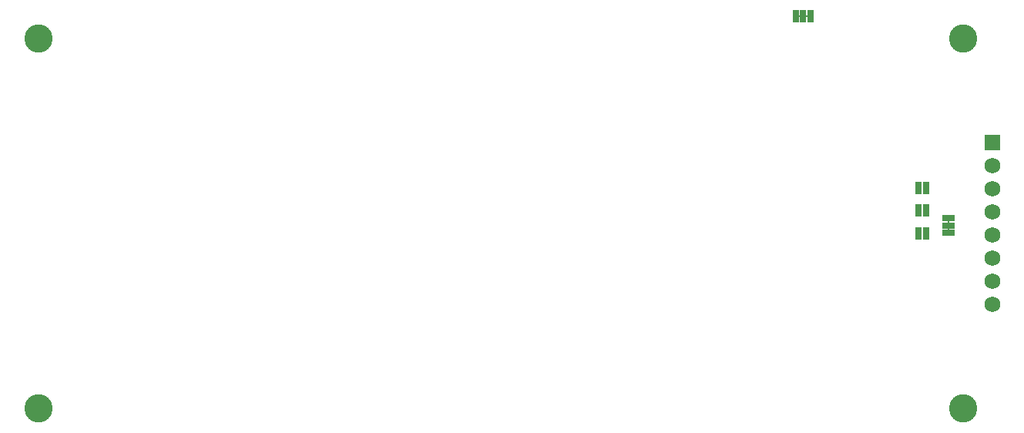
<source format=gbr>
G04 EAGLE Gerber RS-274X export*
G75*
%MOMM*%
%FSLAX34Y34*%
%LPD*%
%INSoldermask Bottom*%
%IPPOS*%
%AMOC8*
5,1,8,0,0,1.08239X$1,22.5*%
G01*
%ADD10C,3.101600*%
%ADD11R,0.736600X1.371600*%
%ADD12C,0.203200*%
%ADD13R,1.371600X0.736600*%
%ADD14R,1.752600X1.752600*%
%ADD15C,1.752600*%


D10*
X46800Y46800D03*
X46800Y453200D03*
X1062800Y46800D03*
X1062800Y453200D03*
D11*
X878840Y477774D03*
X886968Y477774D03*
X895096Y477774D03*
D12*
X895858Y477774D02*
X878332Y477774D01*
D11*
X1022096Y289560D03*
X1013968Y289560D03*
X1022096Y239522D03*
X1013968Y239522D03*
D13*
X1046480Y256032D03*
X1046480Y247904D03*
X1046480Y239776D03*
D12*
X1046480Y239014D02*
X1046480Y256540D01*
D11*
X1013968Y264668D03*
X1022096Y264668D03*
D14*
X1094600Y338900D03*
D15*
X1094600Y313500D03*
X1094600Y288100D03*
X1094600Y262700D03*
X1094600Y237300D03*
X1094600Y211900D03*
X1094600Y186500D03*
X1094600Y161100D03*
M02*

</source>
